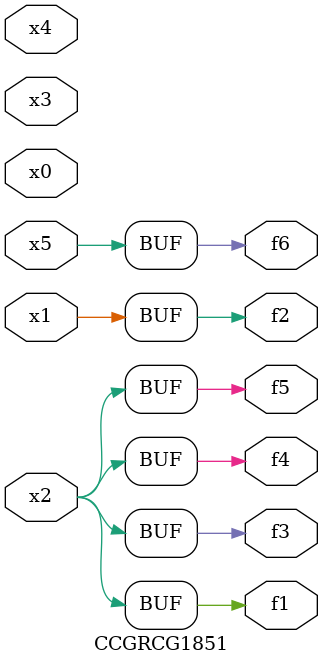
<source format=v>
module CCGRCG1851(
	input x0, x1, x2, x3, x4, x5,
	output f1, f2, f3, f4, f5, f6
);
	assign f1 = x2;
	assign f2 = x1;
	assign f3 = x2;
	assign f4 = x2;
	assign f5 = x2;
	assign f6 = x5;
endmodule

</source>
